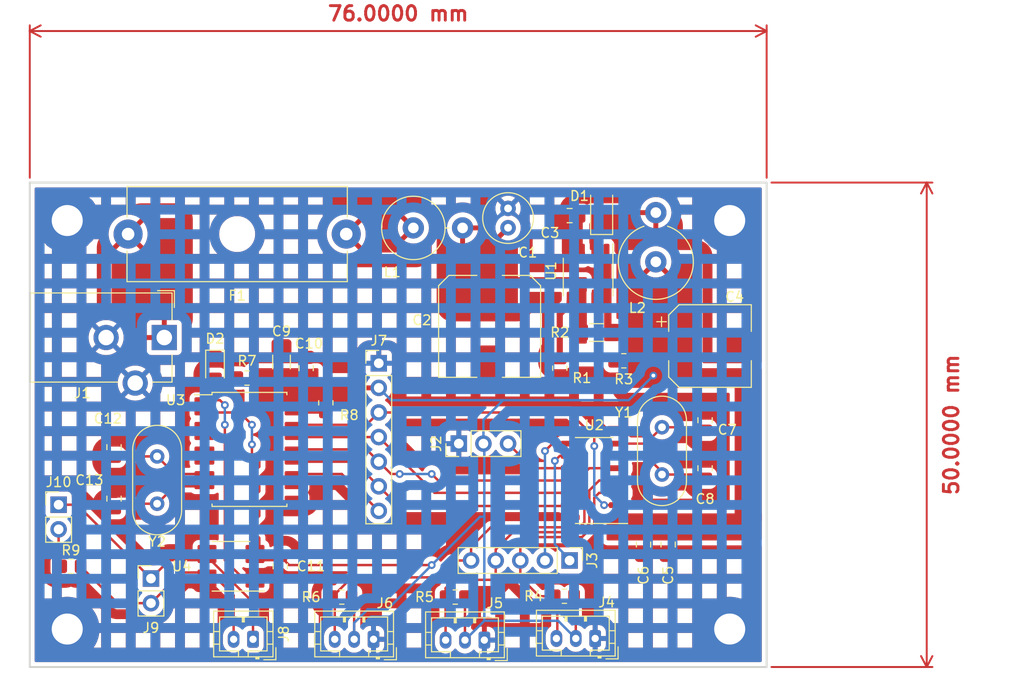
<source format=kicad_pcb>
(kicad_pcb (version 20211014) (generator pcbnew)
  (title_block (title "Chain Stretch Monitor Complete Circuit") (date "2023-02-22") (rev "1") (company "Oregon State ECE Senior Design") (comment 1 "Block Champion: Kai Roy"))
  (layers (0 "F.Cu" signal) (31 "B.Cu" signal) (34 "B.Paste" user) (35 "F.Paste" user) (36 "B.SilkS" user "B.Silkscreen") (37 "F.SilkS" user "F.Silkscreen") (38 "B.Mask" user) (39 "F.Mask" user) (44 "Edge.Cuts" user))
  (net 0 "")
  (net 1 "Net-(C1-Pad1)")
  (net 2 "GND")
  (net 3 "Net-(C3-Pad2)")
  (net 4 "VCC")
  (net 5 "Net-(C7-Pad2)")
  (net 6 "Net-(C8-Pad2)")
  (net 7 "Net-(C12-Pad2)")
  (net 8 "Net-(C13-Pad2)")
  (net 9 "Net-(D1-Pad1)")
  (net 10 "Net-(D2-Pad2)")
  (net 11 "Net-(F1-Pad1)")
  (net 12 "Net-(F1-Pad2)")
  (net 13 "UPDI")
  (net 14 "PB0")
  (net 15 "PB1")
  (net 16 "PA5")
  (net 17 "PA6")
  (net 18 "PA7")
  (net 19 "CS")
  (net 20 "SO")
  (net 21 "SI")
  (net 22 "SCK")
  (net 23 "INT")
  (net 24 "CANL")
  (net 25 "CANH")
  (net 26 "Net-(J10-Pad2)")
  (net 27 "Net-(R1-Pad1)")
  (net 28 "Net-(R2-Pad2)")
  (net 29 "Net-(R8-Pad1)")
  (net 30 "TXCAN")
  (net 31 "RXCAN")
  (footprint "Capacitor_SMD:C_0805_2012Metric_Pad1.18x1.45mm_HandSolder" (layer "F.Cu") (at 97.79 109.22 -90)
    (fp_text reference "C13" (at -1.905 2.54 180) (layer "F.SilkS"))
    (fp_text value "22pF")
    (pad "1" smd roundrect (at -1.0375 0 270) (size 1.175 1.45) (layers "F.Cu" "F.Paste" "F.Mask") (roundrect_rratio 0.212766) (net 2 "GND"))
    (pad "2" smd roundrect (at 1.0375 0 270) (size 1.175 1.45) (layers "F.Cu" "F.Paste" "F.Mask") (roundrect_rratio 0.212766) (net 8 "Net-(C13-Pad2)"))
  )
  (footprint "Capacitor_SMD:C_0805_2012Metric_Pad1.18x1.45mm_HandSolder" (layer "F.Cu") (at 144.78 80.01)
    (fp_text reference "C3" (at -2.032 1.778) (layer "F.SilkS"))
    (fp_text value "470pF")
    (pad "1" smd roundrect (at -1.0375 0) (size 1.175 1.45) (layers "F.Cu" "F.Paste" "F.Mask") (roundrect_rratio 0.212766) (net 2 "GND"))
    (pad "2" smd roundrect (at 1.0375 0) (size 1.175 1.45) (layers "F.Cu" "F.Paste" "F.Mask") (roundrect_rratio 0.212766) (net 3 "Net-(C3-Pad2)"))
  )
  (footprint "Inductor_THT:L_Axial_L16.0mm_D6.3mm_P5.08mm_Vertical_Fastron_VHBCC" (layer "F.Cu") (at 128.66 81.28)
    (fp_text reference "L1" (at -2.168 4.572) (layer "F.SilkS"))
    (fp_text value "100uH")
    (pad "1" thru_hole circle (at 0 0) (size 2.2 2.2) (drill 1.1) (layers *.Cu *.Mask) (net 12 "Net-(F1-Pad2)"))
    (pad "2" thru_hole oval (at 5.08 0) (size 2.2 2.2) (drill 1.1) (layers *.Cu *.Mask) (net 1 "Net-(C1-Pad1)"))
  )
  (footprint "Crystal:Crystal_HC49-U_Vertical" (layer "F.Cu") (at 102.235 104.865 -90)
    (fp_text reference "Y2" (at 8.8 0 180) (layer "F.SilkS"))
    (fp_text value "8MHz")
    (pad "1" thru_hole circle (at 0 0 270) (size 1.5 1.5) (drill 0.8) (layers *.Cu *.Mask) (net 7 "Net-(C12-Pad2)"))
    (pad "2" thru_hole circle (at 4.88 0 270) (size 1.5 1.5) (drill 0.8) (layers *.Cu *.Mask) (net 8 "Net-(C13-Pad2)"))
  )
  (footprint "Connector_PinHeader_2.54mm:PinHeader_1x02_P2.54mm_Vertical" (layer "F.Cu") (at 101.6 117.47)
    (fp_text reference "J9" (at 0 5.085) (layer "F.SilkS"))
    (fp_text value "Conn_01x02")
    (pad "1" thru_hole rect (at 0 0) (size 1.7 1.7) (drill 1) (layers *.Cu *.Mask) (net 24 "CANL"))
    (pad "2" thru_hole oval (at 0 2.54) (size 1.7 1.7) (drill 1) (layers *.Cu *.Mask) (net 25 "CANH"))
  )
  (footprint "Connector_PinHeader_2.54mm:PinHeader_1x03_P2.54mm_Vertical" (layer "F.Cu") (at 133.35 103.542 90)
    (fp_text reference "J2" (at 0 -2.33 90) (layer "F.SilkS"))
    (fp_text value "Conn_01x03")
    (pad "1" thru_hole rect (at 0 0 90) (size 1.7 1.7) (drill 1) (layers *.Cu *.Mask) (net 2 "GND"))
    (pad "2" thru_hole oval (at 0 2.54 90) (size 1.7 1.7) (drill 1) (layers *.Cu *.Mask) (net 4 "VCC"))
    (pad "3" thru_hole oval (at 0 5.08 90) (size 1.7 1.7) (drill 1) (layers *.Cu *.Mask) (net 13 "UPDI"))
  )
  (footprint "Package_SO:SOIC-18W_7.5x11.6mm_P1.27mm" (layer "F.Cu") (at 111.76 104.14)
    (fp_text reference "U3" (at -7.62 -5.08) (layer "F.SilkS"))
    (fp_text value "MCP2515-xSO")
    (pad "1" smd roundrect (at -4.65 -5.08) (size 2.05 0.6) (layers "F.Cu" "F.Paste" "F.Mask") (net 30 "TXCAN"))
    (pad "2" smd roundrect (at -4.65 -3.81) (size 2.05 0.6) (layers "F.Cu" "F.Paste" "F.Mask") (net 31 "RXCAN"))
    (pad "3" smd roundrect (at -4.65 -2.54) (size 2.05 0.6) (layers "F.Cu" "F.Paste" "F.Mask"))
    (pad "4" smd roundrect (at -4.65 -1.27) (size 2.05 0.6) (layers "F.Cu" "F.Paste" "F.Mask"))
    (pad "5" smd roundrect (at -4.65 0) (size 2.05 0.6) (layers "F.Cu" "F.Paste" "F.Mask"))
    (pad "6" smd roundrect (at -4.65 1.27) (size 2.05 0.6) (layers "F.Cu" "F.Paste" "F.Mask"))
    (pad "7" smd roundrect (at -4.65 2.54) (size 2.05 0.6) (layers "F.Cu" "F.Paste" "F.Mask") (net 7 "Net-(C12-Pad2)"))
    (pad "8" smd roundrect (at -4.65 3.81) (size 2.05 0.6) (layers "F.Cu" "F.Paste" "F.Mask") (net 8 "Net-(C13-Pad2)"))
    (pad "9" smd roundrect (at -4.65 5.08) (size 2.05 0.6) (layers "F.Cu" "F.Paste" "F.Mask") (net 2 "GND"))
    (pad "10" smd roundrect (at 4.65 5.08) (size 2.05 0.6) (layers "F.Cu" "F.Paste" "F.Mask"))
    (pad "11" smd roundrect (at 4.65 3.81) (size 2.05 0.6) (layers "F.Cu" "F.Paste" "F.Mask"))
    (pad "12" smd roundrect (at 4.65 2.54) (size 2.05 0.6) (layers "F.Cu" "F.Paste" "F.Mask") (net 23 "INT"))
    (pad "13" smd roundrect (at 4.65 1.27) (size 2.05 0.6) (layers "F.Cu" "F.Paste" "F.Mask") (net 22 "SCK"))
    (pad "14" smd roundrect (at 4.65 0) (size 2.05 0.6) (layers "F.Cu" "F.Paste" "F.Mask") (net 21 "SI"))
    (pad "15" smd roundrect (at 4.65 -1.27) (size 2.05 0.6) (layers "F.Cu" "F.Paste" "F.Mask") (net 20 "SO"))
    (pad "16" smd roundrect (at 4.65 -2.54) (size 2.05 0.6) (layers "F.Cu" "F.Paste" "F.Mask") (net 19 "CS"))
    (pad "17" smd roundrect (at 4.65 -3.81) (size 2.05 0.6) (layers "F.Cu" "F.Paste" "F.Mask") (net 29 "Net-(R8-Pad1)"))
    (pad "18" smd roundrect (at 4.65 -5.08) (size 2.05 0.6) (layers "F.Cu" "F.Paste" "F.Mask") (net 4 "VCC"))
  )
  (footprint "Crystal:Crystal_HC49-U_Vertical" (layer "F.Cu") (at 154.305 101.854 -90)
    (fp_text reference "Y1" (at -1.524 3.937) (layer "F.SilkS"))
    (fp_text value "8MHz")
    (pad "1" thru_hole circle (at 0 0 270) (size 1.5 1.5) (drill 0.8) (layers *.Cu *.Mask) (net 5 "Net-(C7-Pad2)"))
    (pad "2" thru_hole circle (at 4.88 0 270) (size 1.5 1.5) (drill 0.8) (layers *.Cu *.Mask) (net 6 "Net-(C8-Pad2)"))
  )
  (footprint "Connector_PinHeader_2.54mm:PinHeader_1x02_P2.54mm_Vertical" (layer "F.Cu") (at 92.075 109.85)
    (fp_text reference "J10" (at 0 -2.33) (layer "F.SilkS"))
    (fp_text value "Conn_01x02")
    (pad "1" thru_hole rect (at 0 0) (size 1.7 1.7) (drill 1) (layers *.Cu *.Mask) (net 24 "CANL"))
    (pad "2" thru_hole oval (at 0 2.54) (size 1.7 1.7) (drill 1) (layers *.Cu *.Mask) (net 26 "Net-(J10-Pad2)"))
  )
  (footprint "Connector_JST:JST_PH_B2B-PH-K_1x02_P2.00mm_Vertical" (layer "F.Cu") (at 112.125 123.74 180)
    (fp_text reference "J8" (at -3.175 0.55 90) (layer "F.SilkS"))
    (fp_text value "Conn_01x02")
    (pad "1" thru_hole roundrect (at 0 0 180) (size 1.2 1.75) (drill 0.75) (layers *.Cu *.Mask) (roundrect_rratio 0.208333) (net 24 "CANL"))
    (pad "2" thru_hole oval (at 2 0 180) (size 1.2 1.75) (drill 0.75) (layers *.Cu *.Mask) (net 25 "CANH"))
  )
  (footprint "Capacitor_SMD:C_0805_2012Metric_Pad1.18x1.45mm_HandSolder" (layer "F.Cu") (at 154.94 113.956 -90)
    (fp_text reference "C5" (at 3.175 0 90) (layer "F.SilkS"))
    (fp_text value "22pF")
    (pad "1" smd roundrect (at -1.0375 0 270) (size 1.175 1.45) (layers "F.Cu" "F.Paste" "F.Mask") (roundrect_rratio 0.212766) (net 4 "VCC"))
    (pad "2" smd roundrect (at 1.0375 0 270) (size 1.175 1.45) (layers "F.Cu" "F.Paste" "F.Mask") (roundrect_rratio 0.212766) (net 2 "GND"))
  )
  (footprint "Resistor_SMD:R_0805_2012Metric_Pad1.20x1.40mm_HandSolder" (layer "F.Cu") (at 150.368 94.996 180)
    (fp_text reference "R3" (at 0 -1.905) (layer "F.SilkS"))
    (fp_text value "3.6kR")
    (pad "1" smd roundrect (at -1 0 180) (size 1.2 1.4) (layers "F.Cu" "F.Paste" "F.Mask") (roundrect_rratio 0.208333) (net 4 "VCC"))
    (pad "2" smd roundrect (at 1 0 180) (size 1.2 1.4) (layers "F.Cu" "F.Paste" "F.Mask") (roundrect_rratio 0.208333) (net 27 "Net-(R1-Pad1)"))
  )
  (footprint "Connector_JST:JST_PH_B3B-PH-K_1x03_P2.00mm_Vertical" (layer "F.Cu") (at 147.415 123.655 180)
    (fp_text reference "J4" (at -1.175 3.725) (layer "F.SilkS"))
    (fp_text value "Conn_01x03")
    (pad "1" thru_hole roundrect (at 0 0 180) (size 1.2 1.75) (drill 0.75) (layers *.Cu *.Mask) (roundrect_rratio 0.208333) (net 2 "GND"))
    (pad "2" thru_hole oval (at 2 0 180) (size 1.2 1.75) (drill 0.75) (layers *.Cu *.Mask) (net 4 "VCC"))
    (pad "3" thru_hole oval (at 4 0 180) (size 1.2 1.75) (drill 0.75) (layers *.Cu *.Mask) (net 16 "PA5"))
  )
  (footprint "Package_SO:SOIC-14_3.9x8.7mm_P1.27mm" (layer "F.Cu") (at 147.32 107.352 180)
    (fp_text reference "U2" (at 0 5.715) (layer "F.SilkS"))
    (fp_text value "ATtiny814-SS")
    (pad "1" smd roundrect (at -2.475 -3.81 180) (size 1.95 0.6) (layers "F.Cu" "F.Paste" "F.Mask") (net 4 "VCC"))
    (pad "2" smd roundrect (at -2.475 -2.54 180) (size 1.95 0.6) (layers "F.Cu" "F.Paste" "F.Mask") (net 19 "CS"))
    (pad "3" smd roundrect (at -2.475 -1.27 180) (size 1.95 0.6) (layers "F.Cu" "F.Paste" "F.Mask") (net 16 "PA5"))
    (pad "4" smd roundrect (at -2.475 0 180) (size 1.95 0.6) (layers "F.Cu" "F.Paste" "F.Mask") (net 17 "PA6"))
    (pad "5" smd roundrect (at -2.475 1.27 180) (size 1.95 0.6) (layers "F.Cu" "F.Paste" "F.Mask") (net 18 "PA7"))
    (pad "6" smd roundrect (at -2.475 2.54 180) (size 1.95 0.6) (layers "F.Cu" "F.Paste" "F.Mask") (net 6 "Net-(C8-Pad2)"))
    (pad "7" smd roundrect (at -2.475 3.81 180) (size 1.95 0.6) (layers "F.Cu" "F.Paste" "F.Mask") (net 5 "Net-(C7-Pad2)"))
    (pad "8" smd roundrect (at 2.475 3.81 180) (size 1.95 0.6) (layers "F.Cu" "F.Paste" "F.Mask") (net 15 "PB1"))
    (pad "9" smd roundrect (at 2.475 2.54 180) (size 1.95 0.6) (layers "F.Cu" "F.Paste" "F.Mask") (net 14 "PB0"))
    (pad "10" smd roundrect (at 2.475 1.27 180) (size 1.95 0.6) (layers "F.Cu" "F.Paste" "F.Mask") (net 13 "UPDI"))
    (pad "11" smd roundrect (at 2.475 0 180) (size 1.95 0.6) (layers "F.Cu" "F.Paste" "F.Mask") (net 21 "SI"))
    (pad "12" smd roundrect (at 2.475 -1.27 180) (size 1.95 0.6) (layers "F.Cu" "F.Paste" "F.Mask") (net 20 "SO"))
    (pad "13" smd roundrect (at 2.475 -2.54 180) (size 1.95 0.6) (layers "F.Cu" "F.Paste" "F.Mask") (net 22 "SCK"))
    (pad "14" smd roundrect (at 2.475 -3.81 180) (size 1.95 0.6) (layers "F.Cu" "F.Paste" "F.Mask") (net 2 "GND"))
  )
  (footprint "Resistor_SMD:R_1206_3216Metric_Pad1.30x1.75mm_HandSolder" (layer "F.Cu") (at 147.574 92.075)
    (fp_text reference "R2" (at -3.81 0) (layer "F.SilkS"))
    (fp_text value "330mR")
    (pad "1" smd roundrect (at -1.55 0) (size 1.3 1.75) (layers "F.Cu" "F.Paste" "F.Mask") (roundrect_rratio 0.192308) (net 1 "Net-(C1-Pad1)"))
    (pad "2" smd roundrect (at 1.55 0) (size 1.3 1.75) (layers "F.Cu" "F.Paste" "F.Mask") (roundrect_rratio 0.192308) (net 28 "Net-(R2-Pad2)"))
  )
  (footprint "Capacitor_SMD:C_0805_2012Metric_Pad1.18x1.45mm_HandSolder" (layer "F.Cu") (at 158.75 101.129 -90)
    (fp_text reference "C7" (at 0.979 -2.286 180) (layer "F.SilkS"))
    (fp_text value "22pF")
    (pad "1" smd roundrect (at -1.0375 0 270) (size 1.175 1.45) (layers "F.Cu" "F.Paste" "F.Mask") (roundrect_rratio 0.212766) (net 2 "GND"))
    (pad "2" smd roundrect (at 1.0375 0 270) (size 1.175 1.45) (layers "F.Cu" "F.Paste" "F.Mask") (roundrect_rratio 0.212766) (net 5 "Net-(C7-Pad2)"))
  )
  (footprint "Resistor_SMD:R_0805_2012Metric_Pad1.20x1.40mm_HandSolder" (layer "F.Cu") (at 111.506 96.774)
    (fp_text reference "R7" (at 0 -1.778 180) (layer "F.SilkS"))
    (fp_text value "1kR")
    (pad "1" smd roundrect (at -1 0) (size 1.2 1.4) (layers "F.Cu" "F.Paste" "F.Mask") (roundrect_rratio 0.208333) (net 10 "Net-(D2-Pad2)"))
    (pad "2" smd roundrect (at 1 0) (size 1.2 1.4) (layers "F.Cu" "F.Paste" "F.Mask") (roundrect_rratio 0.208333) (net 4 "VCC"))
  )
  (footprint "MountingHole:MountingHole_3.2mm_M3_ISO14580_Pad_TopBottom" (layer "F.Cu") (at 161.29 122.682)
    (fp_text reference "H1")
    (fp_text value "MountingHole_Pad")
    (pad "1" thru_hole circle (at 0 0) (size 3.6 3.6) (drill 3.2) (layers *.Cu *.Mask) (net 2 "GND"))
    (pad "1" connect circle (at 0 0) (size 5.5 5.5) (layers "F.Cu" "F.Mask") (net 2 "GND"))
    (pad "1" connect circle (at 0 0) (size 5.5 5.5) (layers "B.Cu" "B.Mask") (net 2 "GND"))
  )
  (footprint "Inductor_THT:L_Axial_L16.0mm_D7.5mm_P5.08mm_Vertical_Fastron_XHBCC" (layer "F.Cu") (at 153.67 84.781 90)
    (fp_text reference "L2" (at -4.754 -1.905 180) (layer "F.SilkS"))
    (fp_text value "220uH")
    (pad "1" thru_hole circle (at 0 0 90) (size 2.2 2.2) (drill 1.1) (layers *.Cu *.Mask) (net 4 "VCC"))
    (pad "2" thru_hole oval (at 5.08 0 90) (size 2.2 2.2) (drill 1.1) (layers *.Cu *.Mask) (net 9 "Net-(D1-Pad1)"))
  )
  (footprint "Connector_JST:JST_PH_B3B-PH-K_1x03_P2.00mm_Vertical" (layer "F.Cu") (at 135.985 123.825 180)
    (fp_text reference "J5" (at -1.08 3.81) (layer "F.SilkS"))
    (fp_text value "Conn_01x03")
    (pad "1" thru_hole roundrect (at 0 0 180) (size 1.2 1.75) (drill 0.75) (layers *.Cu *.Mask) (roundrect_rratio 0.208333) (net 2 "GND"))
    (pad "2" thru_hole oval (at 2 0 180) (size 1.2 1.75) (drill 0.75) (layers *.Cu *.Mask) (net 4 "VCC"))
    (pad "3" thru_hole oval (at 4 0 180) (size 1.2 1.75) (drill 0.75) (layers *.Cu *.Mask) (net 17 "PA6"))
  )
  (footprint "Capacitor_SMD:C_0805_2012Metric_Pad1.18x1.45mm_HandSolder" (layer "F.Cu") (at 152.4 113.956 -90)
    (fp_text reference "C6" (at 3.175 0 90) (layer "F.SilkS"))
    (fp_text value "4.7uF")
    (pad "1" smd roundrect (at -1.0375 0 270) (size 1.175 1.45) (layers "F.Cu" "F.Paste" "F.Mask") (roundrect_rratio 0.212766) (net 4 "VCC"))
    (pad "2" smd roundrect (at 1.0375 0 270) (size 1.175 1.45) (layers "F.Cu" "F.Paste" "F.Mask") (roundrect_rratio 0.212766) (net 2 "GND"))
  )
  (footprint "Capacitor_SMD:C_Elec_10x10.2" (layer "F.Cu") (at 136.525 91.44 -90)
    (fp_text reference "C2" (at -0.635 6.985 180) (layer "F.SilkS"))
    (fp_text value "100uF")
    (pad "1" smd roundrect (at -4.4 0 270) (size 4.6 2.1) (layers "F.Cu" "F.Paste" "F.Mask") (roundrect_rratio 0.119048) (net 1 "Net-(C1-Pad1)"))
    (pad "2" smd roundrect (at 4.4 0 270) (size 4.6 2.1) (layers "F.Cu" "F.Paste" "F.Mask") (roundrect_rratio 0.119048) (net 2 "GND"))
  )
  (footprint "Resistor_SMD:R_0805_2012Metric_Pad1.20x1.40mm_HandSolder" (layer "F.Cu") (at 119.634 99.33 90)
    (fp_text reference "R8" (at -1.27 2.413 180) (layer "F.SilkS"))
    (fp_text value "10kR")
    (pad "1" smd roundrect (at -1 0 90) (size 1.2 1.4) (layers "F.Cu" "F.Paste" "F.Mask") (roundrect_rratio 0.208333) (net 29 "Net-(R8-Pad1)"))
    (pad "2" smd roundrect (at 1 0 90) (size 1.2 1.4) (layers "F.Cu" "F.Paste" "F.Mask") (roundrect_rratio 0.208333) (net 4 "VCC"))
  )
  (footprint "Resistor_SMD:R_0805_2012Metric_Pad1.20x1.40mm_HandSolder" (layer "F.Cu") (at 143.764 95.758 -90)
    (fp_text reference "R1" (at 1.016 -2.286 180) (layer "F.SilkS"))
    (fp_text value "1.2kR")
    (pad "1" smd roundrect (at -1 0 270) (size 1.2 1.4) (layers "F.Cu" "F.Paste" "F.Mask") (roundrect_rratio 0.208333) (net 27 "Net-(R1-Pad1)"))
    (pad "2" smd roundrect (at 1 0 270) (size 1.2 1.4) (layers "F.Cu" "F.Paste" "F.Mask") (roundrect_rratio 0.208333) (net 2 "GND"))
  )
  (footprint "Package_SO:SOIC-8_3.9x4.9mm_P1.27mm" (layer "F.Cu") (at 146.685 86.36 -90)
    (fp_text reference "U1" (at -0.635 3.81 90) (layer "F.SilkS"))
    (fp_text value "MC34063AE")
    (pad "1" smd roundrect (at -2.475 -1.905 270) (size 1.95 0.6) (layers "F.Cu" "F.Paste" "F.Mask") (net 28 "Net-(R2-Pad2)"))
    (pad "2" smd roundrect (at -2.475 -0.635 270) (size 1.95 0.6) (layers "F.Cu" "F.Paste" "F.Mask") (net 9 "Net-(D1-Pad1)"))
    (pad "3" smd roundrect (at -2.475 0.635 270) (size 1.95 0.6) (layers "F.Cu" "F.Paste" "F.Mask") (net 3 "Net-(C3-Pad2)"))
    (pad "4" smd roundrect (at -2.475 1.905 270) (size 1.95 0.6) (layers "F.Cu" "F.Paste" "F.Mask") (net 2 "GND"))
    (pad "5" smd roundrect (at 2.475 1.905 270) (size 1.95 0.6) (layers "F.Cu" "F.Paste" "F.Mask") (net 27 "Net-(R1-Pad1)"))
    (pad "6" smd roundrect (at 2.475 0.635 270) (size 1.95 0.6) (layers "F.Cu" "F.Paste" "F.Mask") (net 1 "Net-(C1-Pad1)"))
    (pad "7" smd roundrect (at 2.475 -0.635 270) (size 1.95 0.6) (layers "F.Cu" "F.Paste" "F.Mask") (net 28 "Net-(R2-Pad2)"))
    (pad "8" smd roundrect (at 2.475 -1.905 270) (size 1.95 0.6) (layers "F.Cu" "F.Paste" "F.Mask") (net 28 "Net-(R2-Pad2)"))
  )
  (footprint "Capacitor_THT:C_Radial_D5.0mm_H11.0mm_P2.00mm" (layer "F.Cu") (at 138.43 81.264 90)
    (fp_text reference "C1" (at -2.556 2.032) (layer "F.SilkS"))
    (fp_text value "1uF")
    (pad "1" thru_hole circle (at 0 0 90) (size 1.6 1.6) (drill 0.8) (layers *.Cu *.Mask) (net 1 "Net-(C1-Pad1)"))
    (pad "2" thru_hole circle (at 2 0 90) (size 1.6 1.6) (drill 0.8) (layers *.Cu *.Mask) (net 2 "GND"))
  )
  (footprint "Resistor_SMD:R_0805_2012Metric_Pad1.20x1.40mm_HandSolder" (layer "F.Cu") (at 121.285 119.38 180)
    (fp_text reference "R6" (at 3.175 0) (layer "F.SilkS"))
    (fp_text value "10kR")
    (pad "1" smd roundrect (at -1 0 180) (size 1.2 1.4) (layers "F.Cu" "F.Paste" "F.Mask") (roundrect_rratio 0.208333) (net 4 "VCC"))
    (pad "2" smd roundrect (at 1 0 180) (size 1.2 1.4) (layers "F.Cu" "F.Paste" "F.Mask") (roundrect_rratio 0.208333) (net 18 "PA7"))
  )
  (footprint "MountingHole:MountingHole_3.2mm_M3_ISO14580_Pad_TopBottom" (layer "F.Cu") (at 92.964 122.682)
    (fp_text reference "H3")
    (fp_text value "MountingHole_Pad")
    (pad "1" connect circle (at 0 0) (size 5.5 5.5) (layers "F.Cu" "F.Mask") (net 2 "GND"))
    (pad "1" thru_hole circle (at 0 0) (size 3.6 3.6) (drill 3.2) (layers *.Cu *.Mask) (net 2 "GND"))
    (pad "1" connect circle (at 0 0) (size 5.5 5.5) (layers "B.Cu" "B.Mask") (net 2 "GND"))
  )
  (footprint "Diode_SMD:D_1206_3216Metric_Pad1.42x1.75mm_HandSolder" (layer "F.Cu") (at 148.082 79.502 90)
    (fp_text reference "D1" (at 1.524 -2.286 180) (layer "F.SilkS"))
    (fp_text value "Schottky")
    (pad "1" smd roundrect (at -1.4875 0 90) (size 1.425 1.75) (layers "F.Cu" "F.Paste" "F.Mask") (roundrect_rratio 0.175439) (net 9 "Net-(D1-Pad1)"))
    (pad "2" smd roundrect (at 1.4875 0 90) (size 1.425 1.75) (layers "F.Cu" "F.Paste" "F.Mask") (roundrect_rratio 0.175439) (net 2 "GND"))
  )
  (footprint "Capacitor_SMD:C_0805_2012Metric_Pad1.18x1.45mm_HandSolder" (layer "F.Cu") (at 158.75 106.082 -90)
    (fp_text reference "C8" (at 3.175 0 180) (layer "F.SilkS"))
    (fp_text value "22pF")
    (pad "1" smd roundrect (at -1.0375 0 270) (size 1.175 1.45) (layers "F.Cu" "F.Paste" "F.Mask") (roundrect_rratio 0.212766) (net 2 "GND"))
    (pad "2" smd roundrect (at 1.0375 0 270) (size 1.175 1.45) (layers "F.Cu" "F.Paste" "F.Mask") (roundrect_rratio 0.212766) (net 6 "Net-(C8-Pad2)"))
  )
  (footprint "Package_SO:SOIC-8_3.9x4.9mm_P1.27mm" (layer "F.Cu") (at 109.855 116.205 180)
    (fp_text reference "U4" (at 5.08 0 180) (layer "F.SilkS"))
    (fp_text value "TJA1051T")
    (pad "1" smd roundrect (at -2.475 -1.905 180) (size 1.95 0.6) (layers "F.Cu" "F.Paste" "F.Mask") (net 30 "TXCAN"))
    (pad "2" smd roundrect (at -2.475 -0.635 180) (size 1.95 0.6) (layers "F.Cu" "F.Paste" "F.Mask") (net 2 "GND"))
    (pad "3" smd roundrect (at -2.475 0.635 180) (size 1.95 0.6) (layers "F.Cu" "F.Paste" "F.Mask") (net 4 "VCC"))
    (pad "4" smd roundrect (at -2.475 1.905 180) (size 1.95 0.6) (layers "F.Cu" "F.Paste" "F.Mask") (net 31 "RXCAN"))
    (pad "5" smd roundrect (at 2.475 1.905 180) (size 1.95 0.6) (layers "F.Cu" "F.Paste" "F.Mask"))
    (pad "6" smd roundrect (at 2.475 0.635 180) (size 1.95 0.6) (layers "F.Cu" "F.Paste" "F.Mask") (net 24 "CANL"))
    (pad "7" smd roundrect (at 2.475 -0.635 180) (size 1.95 0.6) (layers "F.Cu" "F.Paste" "F.Mask") (net 25 "CANH"))
    (pad "8" smd roundrect (at 2.475 -1.905 180) (size 1.95 0.6) (layers "F.Cu" "F.Paste" "F.Mask") (net 2 "GND"))
  )
  (footprint "Capacitor_SMD:C_0805_2012Metric_Pad1.18x1.45mm_HandSolder" (layer "F.Cu") (at 114.935 116.205 90)
    (fp_text reference "C11" (at 0 3.175 180) (layer "F.SilkS"))
    (fp_text value "100nF")
    (pad "1" smd roundrect (at -1.0375 0 90) (size 1.175 1.45) (layers "F.Cu" "F.Paste" "F.Mask") (roundrect_rratio 0.212766) (net 2 "GND"))
    (pad "2" smd roundrect (at 1.0375 0 90) (size 1.175 1.45) (layers "F.Cu" "F.Paste" "F.Mask") (roundrect_rratio 0.212766) (net 4 "VCC"))
  )
  (footprint "Connector_PinHeader_2.54mm:PinHeader_1x07_P2.54mm_Vertical" (layer "F.Cu") (at 125.095 95.25)
    (fp_text reference "J7" (at 0 -2.33) (layer "F.SilkS"))
    (fp_text value "Conn_01x07")
    (pad "1" thru_hole rect (at 0 0) (size 1.7 1.7) (drill 1) (layers *.Cu *.Mask) (net 2 "GND"))
    (pad "2" thru_hole oval (at 0 2.54) (size 1.7 1.7) (drill 1) (layers *.Cu *.Mask) (net 4 "VCC"))
    (pad "3" thru_hole oval (at 0 5.08) (size 1.7 1.7) (drill 1) (layers *.Cu *.Mask) (net 19 "CS"))
    (pad "4" thru_hole oval (at 0 7.62) (size 1.7 1.7) (drill 1) (layers *.Cu *.Mask) (net 20 "SO"))
    (pad "5" thru_hole oval (at 0 10.16) (size 1.7 1.7) (drill 1) (layers *.Cu *.Mask) (net 21 "SI"))
    (pad "6" thru_hole oval (at 0 12.7) (size 1.7 1.7) (drill 1) (layers *.Cu *.Mask) (net 22 "SCK"))
    (pad "7" thru_hole oval (at 0 15.24) (size 1.7 1.7) (drill 1) (layers *.Cu *.Mask) (net 23 "INT"))
  )
  (footprint "Fuse:Fuseholder_Cylinder-5x20mm_Schurter_0031_8201_Horizontal_Open" (layer "F.Cu") (at 99.24 81.915)
    (fp_text reference "F1" (at 11.25 6.35) (layer "F.SilkS"))
    (fp_text value "Fuse")
    (pad "" np_thru_hole circle (at 11.25 0) (size 2.7 2.7) (drill 2.7) (layers *.Cu *.Mask))
    (pad "1" thru_hole circle (at 0 0) (size 3 3) (drill 1.3) (layers *.Cu *.Mask) (net 11 "Net-(F1-Pad1)"))
    (pad "2" thru_hole circle (at 22.5 0) (size 3 3) (drill 1.3) (layers *.Cu *.Mask) (net 12 "Net-(F1-Pad2)"))
  )
  (footprint "Capacitor_SMD:C_0805_2012Metric_Pad1.18x1.45mm_HandSolder" (layer "F.Cu") (at 117.602 95.758 -90)
    (fp_text reference "C10" (at -2.54 -0.29 180) (layer "F.SilkS"))
    (fp_text value "100nF")
    (pad "1" smd roundrect (at -1.0375 0 270) (size 1.175 1.45) (layers "F.Cu" "F.Paste" "F.Mask") (roundrect_rratio 0.212766) (net 2 "GND"))
    (pad "2" smd roundrect (at 1.0375 0 270) (size 1.175 1.45) (layers "F.Cu" "F.Paste" "F.Mask") (roundrect_rratio 0.212766) (net 4 "VCC"))
  )
  (footprint "Connector_JST:JST_PH_B3B-PH-K_1x03_P2.00mm_Vertical" (layer "F.Cu") (at 124.555 123.74 180)
    (fp_text reference "J6" (at -1.175 3.725) (layer "F.SilkS"))
    (fp_text value "Conn_01x03")
    (pad "1" thru_hole roundrect (at 0 0 180) (size 1.2 1.75) (drill 0.75) (layers *.Cu *.Mask) (roundrect_rratio 0.208333) (net 2 "GND"))
    (pad "2" thru_hole oval (at 2 0 180) (size 1.2 1.75) (drill 0.75) (layers *.Cu *.Mask) (net 4 "VCC"))
    (pad "3" thru_hole oval (at 4 0 180) (size 1.2 1.75) (drill 0.75) (layers *.Cu *.Mask) (net 18 "PA7"))
  )
  (footprint "Capacitor_SMD:C_0805_2012Metric_Pad1.18x1.45mm_HandSolder" (layer "F.Cu") (at 97.79 103.9075 -90)
    (fp_text reference "C12" (at -2.9425 0.635 180) (layer "F.SilkS"))
    (fp_text value "22pF")
    (pad "1" smd roundrect (at -1.0375 0 270) (size 1.175 1.45) (layers "F.Cu" "F.Paste" "F.Mask") (roundrect_rratio 0.212766) (net 2 "GND"))
    (pad "2" smd roundrect (at 1.0375 0 270) (size 1.175 1.45) (layers "F.Cu" "F.Paste" "F.Mask") (roundrect_rratio 0.212766) (net 7 "Net-(C12-Pad2)"))
  )
  (footprint "Resistor_SMD:R_0805_2012Metric_Pad1.20x1.40mm_HandSolder" (layer "F.Cu") (at 132.985 119.38 180)
    (fp_text reference "R5" (at 3.175 0) (layer "F.SilkS"))
    (fp_text value "10kR")
    (pad "1" smd roundrect (at -1 0 180) (size 1.2 1.4) (layers "F.Cu" "F.Paste" "F.Mask") (roundrect_rratio 0.208333) (net 4 "VCC"))
    (pad "2" smd roundrect (at 1 0 180) (size 1.2 1.4) (layers "F.Cu" "F.Paste" "F.Mask") (roundrect_rratio 0.208333) (net 17 "PA6"))
  )
  (footprint "Connector_BarrelJack:BarrelJack_CUI_PJ-102AH_Horizontal" (layer "F.Cu") (at 102.974 92.595 -90)
    (fp_text reference "J1" (at 5.75 8.45) (layer "F.SilkS"))
    (fp_text value "Barrel_Jack")
    (pad "1" thru_hole rect (at 0 0 270) (size 2.6 2.6) (drill 1.6) (layers *.Cu *.Mask) (net 11 "Net-(F1-Pad1)"))
    (pad "2" thru_hole circle (at 0 6 270) (size 2.6 2.6) (drill 1.6) (layers *.Cu *.Mask) (net 2 "GND"))
    (pad "3" thru_hole circle (at 4.7 3 270) (size 2.6 2.6) (drill 1.6) (layers *.Cu *.Mask) (net 2 "GND"))
  )
  (footprint "Capacitor_SMD:C_1206_3216Metric_Pad1.33x1.80mm_HandSolder" (layer "F.Cu") (at 115.062 95.123 90)
    (fp_text reference "C9" (at 3.175 0 180) (layer "F.SilkS"))
    (fp_text value "10uF/16V")
    (pad "1" smd roundrect (at -1.5625 0 90) (size 1.325 1.8) (layers "F.Cu" "F.Paste" "F.Mask") (roundrect_rratio 0.188679) (net 4 "VCC"))
    (pad "2" smd roundrect (at 1.5625 0 90) (size 1.325 1.8) (layers "F.Cu" "F.Paste" "F.Mask") (roundrect_rratio 0.188679) (net 2 "GND"))
  )
  (footprint "Resistor_SMD:R_0805_2012Metric_Pad1.20x1.40mm_HandSolder" (layer "F.Cu") (at 144.24 119.295 180)
    (fp_text reference "R4" (at 3.175 0) (layer "F.SilkS"))
    (fp_text value "10kR")
    (pad "1" smd roundrect (at -1 0 180) (size 1.2 1.4) (layers "F.Cu" "F.Paste" "F.Mask") (roundrect_rratio 0.208333) (net 4 "VCC"))
    (pad "2" smd roundrect (at 1 0 180) (size 1.2 1.4) (layers "F.Cu" "F.Paste" "F.Mask") (roundrect_rratio 0.208333) (net 16 "PA5"))
  )
  (footprint "Connector_PinHeader_2.54mm:PinHeader_1x05_P2.54mm_Vertical" (layer "F.Cu") (at 144.775 115.607 -90)
    (fp_text reference "J3" (at 0 -2.33 90) (layer "F.SilkS"))
    (fp_text value "Conn_01x05")
    (pad "1" thru_hole rect (at 0 0 270) (size 1.7 1.7) (drill 1) (layers *.Cu *.Mask) (net 14 "PB0"))
    (pad "2" thru_hole oval (at 0 2.54 270) (size 1.7 1.7) (drill 1) (layers *.Cu *.Mask) (net 15 "PB1"))
    (pad "3" thru_hole oval (at 0 5.08 270) (size 1.7 1.7) (drill 1) (layers *.Cu *.Mask) (net 16 "PA5"))
    (pad "4" thru_hole oval (at 0 7.62 270) (size 1.7 1.7) (drill 1) (layers *.Cu *.Mask) (net 17 "PA6"))
    (pad "5" thru_hole oval (at 0 10.16 270) (size 1.7 1.7) (drill 1) (layers *.Cu *.Mask) (net 18 "PA7"))
  )
  (footprint "MountingHole:MountingHole_3.2mm_M3_ISO14580_Pad_TopBottom" (layer "F.Cu") (at 161.29 80.518)
    (fp_text reference "H2")
    (fp_text value "MountingHole_Pad")
    (pad "1" thru_hole circle (at 0 0) (size 3.6 3.6) (drill 3.2) (layers *.Cu *.Mask) (net 2 "GND"))
    (pad "1" connect circle (at 0 0) (size 5.5 5.5) (layers "F.Cu" "F.Mask") (net 2 "GND"))
    (pad "1" connect circle (at 0 0) (size 5.5 5.5) (layers "B.Cu" "B.Mask") (net 2 "GND"))
  )
  (footprint "Capacitor_SMD:CP_Elec_8x10" (layer "F.Cu") (at 159.258 93.472)
    (fp_text reference "C4" (at 2.54 -5.08) (layer "F.SilkS"))
    (fp_text value "470uF")
    (pad "1" smd roundrect (at -3.25 0) (size 3.5 2.5) (layers "F.Cu" "F.Paste" "F.Mask") (roundrect_rratio 0.1) (net 4 "VCC"))
    (pad "2" smd roundrect (at 3.25 0) (size 3.5 2.5) (layers "F.Cu" "F.Paste" "F.Mask") (roundrect_rratio 0.1) (net 2 "GND"))
  )
  (footprint "LED_SMD:LED_0805_2012Metric_Pad1.15x1.40mm_HandSolder" (layer "F.Cu") (at 108.204 95.758 -90)
    (fp_text reference "D2" (at -3.048 0 180) (layer "F.SilkS"))
    (fp_text value "RED")
    (pad "1" smd roundrect (at -1.025 0 270) (size 1.15 1.4) (layers "F.Cu" "F.Paste" "F.Mask") (roundrect_rratio 0.217391) (net 2 "GND"))
    (pad "2" smd roundrect (at 1.025 0 270) (size 1.15 1.4) (layers "F.Cu" "F.Paste" "F.Mask") (roundrect_rratio 0.217391) (net 10 "Net-(D2-Pad2)"))
  )
  (footprint "Resistor_SMD:R_0805_2012Metric_Pad1.20x1.40mm_HandSolder" (layer "F.Cu") (at 93.345 116.205)
    (fp_text reference "R9" (at 0 -1.65) (layer "F.SilkS"))
    (fp_text value "120R")
    (pad "1" smd roundrect (at -1 0) (size 1.2 1.4) (layers "F.Cu" "F.Paste" "F.Mask") (roundrect_rratio 0.208333) (net 26 "Net-(J10-Pad2)"))
    (pad "2" smd roundrect (at 1 0) (size 1.2 1.4) (layers "F.Cu" "F.Paste" "F.Mask") (roundrect_rratio 0.208333) (net 25 "CANH"))
  )
  (footprint "MountingHole:MountingHole_3.2mm_M3_ISO14580_Pad_TopBottom" (layer "F.Cu") (at 92.964 80.518)
    (fp_text reference "H4")
    (fp_text value "MountingHole_Pad")
    (pad "1" connect circle (at 0 0) (size 5.5 5.5) (layers "B.Cu" "B.Mask") (net 2 "GND"))
    (pad "1" connect circle (at 0 0) (size 5.5 5.5) (layers "F.Cu" "F.Mask") (net 2 "GND"))
    (pad "1" thru_hole circle (at 0 0) (size 3.6 3.6) (drill 3.2) (layers *.Cu *.Mask) (net 2 "GND"))
  )
  (gr_rect (start 89.1 76.6) (end 165.1 126.6) (layer "Edge.Cuts") (width 0.2) (fill none))
  (dimension (type aligned) (layer "F.Cu") (pts (xy 165.1 76.6) (xy 165.1 126.6)) (height -16.51) (gr_text "50.0000 mm" (at 184.15 101.6 90) (layer "F.Cu") (effects (font (size 1.5 1.5) (thickness 0.3)))) (format (units 3) (units_format 1) (precision 4)) (style (thickness 0.2) (arrow_length 1.27) (text_position_mode 2) (extension_height 0.58642) (extension_offset 0.5) keep_text_aligned))
  (dimension (type aligned) (layer "F.Cu") (pts (xy 89.1 76.6) (xy 165.1 76.6)) (height -15.64) (gr_text "76.0000 mm" (at 127.1 59.16) (layer "F.Cu") (effects (font (size 1.5 1.5) (thickness 0.3)))) (format (units 3) (units_format 1) (precision 4)) (style (thickness 0.2) (arrow_length 1.27) (text_position_mode 0) (extension_height 0.58642) (extension_offset 0.5) keep_text_aligned))
  (segment (start 138.414 81.28) (end 138.43 81.264) (width 0.635) (layer "F.Cu") (net 1))
  (segment (start 145.8175 83.6525) (end 146.05 83.885) (width 0.635) (layer "F.Cu") (net 3))
  (segment (start 145.8175 80.01) (end 145.8175 83.6525) (width 0.635) (layer "F.Cu") (net 3))
  (segment (start 133.985 123.825) (end 133.985 119.38) (width 0.25) (layer "F.Cu") (net 4))
  (segment (start 114.5325 115.57) (end 114.935 115.1675) (width 0.25) (layer "F.Cu") (net 4))
  (segment (start 122.555 119.65) (end 122.555 123.74) (width 0.25) (layer "F.Cu") (net 4))
  (segment (start 145.415 119.47) (end 145.24 119.295) (width 0.25) (layer "F.Cu") (net 4))
  (segment (start 145.415 123.655) (end 145.415 119.47) (width 0.25) (layer "F.Cu") (net 4))
  (segment (start 130.556 116.078) (end 115.8455 116.078) (width 0.25) (layer "F.Cu") (net 4))
  (segment (start 122.285 119.38) (end 122.555 119.65) (width 0.25) (layer "F.Cu") (net 4))
  (segment (start 115.8455 116.078) (end 114.935 115.1675) (width 0.25) (layer "F.Cu") (net 4))
  (segment (start 112.33 115.57) (end 114.5325 115.57) (width 0.25) (layer "F.Cu") (net 4))
  (via (at 130.556 116.078) (size 0.8) (drill 0.4) (layers "F.Cu" "B.Cu") (net 4))
  (via (at 153.416 96.52) (size 0.8) (drill 0.4) (layers "F.Cu" "B.Cu") (net 4))
  (segment (start 130.556 116.078) (end 135.545511 111.088489) (width 0.25) (layer "B.Cu") (net 4))
  (segment (start 135.89 101.092) (end 135.89 103.542) (width 0.25) (layer "B.Cu") (net 4))
  (segment (start 125.984 120.65) (end 130.556 116.078) (width 0.25) (layer "B.Cu") (net 4))
  (segment (start 135.89 103.542) (end 136.054 103.542) (width 0.25) (layer "B.Cu") (net 4))
  (segment (start 122.555 123.74) (end 122.555 122.047) (width 0.25) (layer "B.Cu") (net 4))
  (segment (start 137.922 99.06) (end 135.89 101.092) (width 0.25) (layer "B.Cu") (net 4))
  (segment (start 123.952 120.65) (end 125.984 120.65) (width 0.25) (layer "B.Cu") (net 4))
  (segment (start 153.416 96.52) (end 150.876 99.06) (width 0.25) (layer "B.Cu") (net 4))
  (segment (start 136.144 103.632) (end 135.980489 103.795511) (width 0.25) (layer "B.Cu") (net 4))
  (segment (start 126.365 99.06) (end 125.095 97.79) (width 0.25) (layer "B.Cu") (net 4))
  (segment (start 135.980489 103.795511) (end 135.980489 111.088489) (width 0.25) (layer "B.Cu") (net 4))
  (segment (start 143.589511 121.829511) (end 145.415 123.655) (width 0.25) (layer "B.Cu") (net 4))
  (segment (start 135.980489 121.829511) (end 133.985 123.825) (width 0.25) (layer "B.Cu") (net 4))
  (segment (start 140.372 99.06) (end 126.365 99.06) (width 0.25) (layer "B.Cu") (net 4))
  (segment (start 136.054 103.542) (end 136.144 103.632) (width 0.25) (layer "B.Cu") (net 4))
  (segment (start 150.876 99.06) (end 140.372 99.06) (width 0.25) (layer "B.Cu") (net 4))
  (segment (start 135.980489 111.088489) (end 135.980489 121.829511) (width 0.25) (layer "B.Cu") (net 4))
  (segment (start 135.545511 111.088489) (end 135.980489 111.088489) (width 0.25) (layer "B.Cu") (net 4))
  (segment (start 135.980489 121.829511) (end 143.589511 121.829511) (width 0.25) (layer "B.Cu") (net 4))
  (segment (start 122.555 122.047) (end 123.952 120.65) (width 0.25) (layer "B.Cu") (net 4))
  (segment (start 158.4375 101.854) (end 158.75 102.1665) (width 0.25) (layer "F.Cu") (net 5))
  (segment (start 154.305 101.854) (end 158.4375 101.854) (width 0.25) (layer "F.Cu") (net 5))
  (segment (start 149.795 103.542) (end 152.617 103.542) (width 0.25) (layer "F.Cu") (net 5))
  (segment (start 152.617 103.542) (end 154.305 101.854) (width 0.25) (layer "F.Cu") (net 5))
  (segment (start 154.305 106.734) (end 158.2375 106.734) (width 0.25) (layer "F.Cu") (net 6))
  (segment (start 152.654 104.812) (end 154.305 106.463) (width 0.25) (layer "F.Cu") (net 6))
  (segment (start 149.795 104.812) (end 152.654 104.812) (width 0.25) (layer "F.Cu") (net 6))
  (segment (start 154.305 106.463) (end 154.305 106.734) (width 0.25) (layer "F.Cu") (net 6))
  (segment (start 158.2375 106.734) (end 158.75 107.2465) (width 0.25) (layer "F.Cu") (net 6))
  (segment (start 97.87 104.865) (end 102.235 104.865) (width 0.25) (layer "F.Cu") (net 7))
  (segment (start 97.79 104.945) (end 97.87 104.865) (width 0.25) (layer "F.Cu") (net 7))
  (segment (start 102.235 104.865) (end 104.05 106.68) (width 0.25) (layer "F.Cu") (net 7))
  (segment (start 104.05 106.68) (end 107.11 106.68) (width 0.25) (layer "F.Cu") (net 7))
  (segment (start 104.03 107.95) (end 107.11 107.95) (width 0.25) (layer "F.Cu") (net 8))
  (segment (start 97.79 110.2575) (end 98.3025 109.745) (width 0.25) (layer "F.Cu") (net 8))
  (segment (start 98.3025 109.745) (end 102.235 109.745) (width 0.25) (layer "F.Cu") (net 8))
  (segment (start 102.235 109.745) (end 104.03 107.95) (width 0.25) (layer "F.Cu") (net 8))
  (segment (start 108.204 96.783) (end 110.497 96.783) (width 0.25) (layer "F.Cu") (net 10))
  (segment (start 110.497 96.783) (end 110.506 96.774) (width 0.25) (layer "F.Cu") (net 10))
  (segment (start 140.97 106.082) (end 138.43 103.542) (width 0.25) (layer "F.Cu") (net 13))
  (segment (start 144.845 106.082) (end 140.97 106.082) (width 0.25) (layer "F.Cu") (net 13))
  (segment (start 143.256 105.32) (end 143.764 104.812) (width 0.25) (layer "F.Cu") (net 14))
  (segment (start 143.764 104.812) (end 144.845 104.812) (width 0.25) (layer "F.Cu") (net 14))
  (via (at 143.256 105.32) (size 0.8) (drill 0.4) (layers "F.Cu" "B.Cu") (net 14))
  (segment (start 143.256 105.32) (end 143.256 113.956) (width 0.25) (layer "B.Cu") (net 14))
  (segment (start 144.775 115.475) (end 144.775 115.607) (width 0.25) (layer "B.Cu") (net 14))
  (segment (start 143.256 113.956) (end 144.775 115.475) (width 0.25) (layer "B.Cu") (net 14))
  (segment (start 143.002 103.542) (end 142.24 104.304) (width 0.25) (layer "F.Cu") (net 15))
  (segment (start 144.845 103.542) (end 143.002 103.542) (width 0.25) (layer "F.Cu") (net 15))
  (via (at 142.24 104.304) (size 0.8) (drill 0.4) (layers "F.Cu" "B.Cu") (net 15))
  (segment (start 142.24 104.304) (end 142.235 104.309) (width 0.25) (layer "B.Cu") (net 15))
  (segment (start 142.235 104.309) (end 142.235 115.607) (width 0.25) (layer "B.Cu") (net 15))
  (segment (start 143.467 123.655) (end 143.51 123.698) (width 0.25) (layer "F.Cu") (net 16))
  (segment (start 147.32 109.13) (end 147.32 111.925436) (width 0.25) (layer "F.Cu") (net 16))
  (segment (start 149.795 108.622) (end 147.828 108.622) (width 0.25) (layer "F.Cu") (net 16))
  (segment (start 141.647 119.295) (end 139.695 117.343) (width 0.25) (layer "F.Cu") (net 16))
  (segment (start 143.24 119.295) (end 141.647 119.295) (width 0.25) (layer "F.Cu") (net 16))
  (segment (start 143.51 123.698) (end 143.51 119.565) (width 0.25) (layer "F.Cu") (net 16))
  (segment (start 139.695 117.343) (end 139.695 115.607) (width 0.25) (layer "F.Cu") (net 16))
  (segment (start 143.415 123.655) (end 143.467 123.655) (width 0.25) (layer "F.Cu") (net 16))
  (segment (start 146.051436 113.194) (end 140.716 113.194) (width 0.25) (layer "F.Cu") (net 16))
  (segment (start 140.716 113.194) (end 139.695 114.215) (width 0.25) (layer "F.Cu") (net 16))
  (segment (start 147.32 111.925436) (end 146.051436 113.194) (width 0.25) (layer "F.Cu") (net 16))
  (segment (start 139.695 114.215) (end 139.695 115.607) (width 0.25) (layer "F.Cu") (net 16))
  (segment (start 143.51 119.565) (end 143.24 119.295) (width 0.25) (layer "F.Cu") (net 16))
  (segment (start 147.828 108.622) (end 147.32 109.13) (width 0.25) (layer "F.Cu") (net 16))
  (segment (start 137.155 115.607) (end 137.155 114.469) (width 0.25) (layer "F.Cu") (net 17))
  (segment (start 132.842 117.602) (end 137.07 117.602) (width 0.25) (layer "F.Cu") (net 17))
  (segment (start 145.923718 112.686) (end 146.812 111.797718) (width 0.25) (layer "F.Cu") (net 17))
  (segment (start 131.985 119.38) (end 131.985 118.459) (width 0.25) (layer "F.Cu") (net 17))
  (segment (start 137.155 114.469) (end 138.938 112.686) (width 0.25) (layer "F.Cu") (net 17))
  (segment (start 147.828 107.352) (end 149.795 107.352) (width 0.25) (layer "F.Cu") (net 17))
  (segment (start 131.985 123.825) (end 131.985 119.38) (width 0.25) (layer "F.Cu") (net 17))
  (segment (start 137.07 117.602) (end 137.155 117.517) (width 0.25) (layer "F.Cu") (net 17))
  (segment (start 138.938 112.686) (end 145.923718 112.686) (width 0.25) (layer "F.Cu") (net 17))
  (segment (start 131.985 118.459) (end 132.842 117.602) (width 0.25) (layer "F.Cu") (net 17))
  (segment (start 146.812 111.797718) (end 146.812 108.368) (width 0.25) (layer "F.Cu") (net 17))
  (segment (start 146.812 108.368) (end 147.828 107.352) (width 0.25) (layer "F.Cu") (net 17))
  (segment (start 137.155 117.517) (end 137.155 115.607) (width 0.25) (layer "F.Cu") (net 17))
  (segment (start 120.555 119.65) (end 120.555 123.74) (width 0.25) (layer "F.Cu") (net 18))
  (segment (start 120.285 119.38) (end 120.555 119.65) (width 0.25) (layer "F.Cu") (net 18))
  (segment (start 120.285 119.38) (end 122.317 117.348) (width 0.25) (layer "F.Cu") (net 18))
  (segment (start 149.795 106.082) (end 146.812 106.082) (width 0.25) (layer "F.Cu") (net 18))
  (segment (start 130.81 117.348) (end 132.551 115.607) (width 0.25) (layer "F.Cu") (net 18))
  (segment (start 145.796 112.178) (end 136.652 112.178) (width 0.25) (layer "F.Cu") (net 18))
  (segment (start 136.652 112.178) (end 134.615 114.215) (width 0.25) (layer "F.Cu") (net 18))
  (segment (start 122.317 117.348) (end 130.81 117.348) (width 0.25) (layer "F.Cu") (net 18))
  (segment (start 146.812 106.082) (end 146.304 106.59) (width 0.25) (layer "F.Cu") (net 18))
  (segment (start 146.304 106.59) (end 146.304 111.67) (width 0.25) (layer "F.Cu") (net 18))
  (segment (start 134.615 114.215) (end 134.615 115.607) (width 0.25) (layer "F.Cu") (net 18))
  (segment (start 132.551 115.607) (end 134.615 115.607) (width 0.25) (layer "F.Cu") (net 18))
  (segment (start 146.304 111.67) (end 145.796 112.178) (width 0.25) (layer "F.Cu") (net 18))
  (segment (start 123.825 101.6) (end 125.095 100.33) (width 0.25) (layer "F.Cu") (net 19))
  (segment (start 116.41 101.6) (end 123.825 101.6) (width 0.25) (layer "F.Cu") (net 19))
  (segment (start 149.795 109.892) (end 148.336 109.892) (width 0.25) (layer "F.Cu") (net 19))
  (segment (start 147.32 102.87) (end 144.78 100.33) (width 0.25) (layer "F.Cu") (net 19))
  (segment (start 144.78 100.33) (end 125.095 100.33) (width 0.25) (layer "F.Cu") (net 19))
  (segment (start 147.32 103.796) (end 147.32 102.87) (width 0.25) (layer "F.Cu") (net 19))
  (via (at 147.32 103.796) (size 0.8) (drill 0.4) (layers "F.Cu" "B.Cu") (net 19))
  (via (at 148.336 109.892) (size 0.8) (drill 0.4) (layers "F.Cu" "B.Cu") (net 19))
  (segment (start 147.32 108.876) (end 147.32 103.796) (width 0.25) (layer "B.Cu") (net 19))
  (segment (start 148.336 109.892) (end 147.32 108.876) (width 0.25) (layer "B.Cu") (net 19))
  (segment (start 116.41 102.87) (end 125.095 102.87) (width 0.25) (layer "F.Cu") (net 20))
  (segment (start 130.847 108.622) (end 144.845 108.622) (width 0.25) (layer "F.Cu") (net 20))
  (segment (start 125.095 102.87) (end 130.847 108.622) (width 0.25) (layer "F.Cu") (net 20))
  (segment (start 130.556 106.68) (end 131.228 107.352) (width 0.25) (layer "F.Cu") (net 21))
  (segment (start 116.41 104.14) (end 123.825 104.14) (width 0.25) (layer "F.Cu") (net 21))
  (segment (start 131.228 107.352) (end 144.845 107.352) (width 0.25) (layer "F.Cu") (net 21))
  (segment (start 123.825 104.14) (end 125.095 105.41) (width 0.25) (layer "F.Cu") (net 21))
  (segment (start 125.095 105.41) (end 126.365 106.68) (width 0.25) (layer "F.Cu") (net 21))
  (segment (start 126.365 106.68) (end 127.254 106.68) (width 0.25) (layer "F.Cu") (net 21))
  (via (at 127.254 106.68) (size 0.8) (drill 0.4) (layers "F.Cu" "B.Cu") (net 21))
  (via (at 130.556 106.68) (size 0.8) (drill 0.4) (layers "F.Cu" "B.Cu") (net 21))
  (segment (start 127.254 106.68) (end 130.556 106.68) (width 0.25) (layer "B.Cu") (net 21))
  (segment (start 116.41 105.41) (end 122.555 105.41) (width 0.25) (layer "F.Cu") (net 22))
  (segment (start 127.127 109.982) (end 144.755 109.982) (width 0.25) (layer "F.Cu") (net 22))
  (segment (start 144.755 109.982) (end 144.845 109.892) (width 0.25) (layer "F.Cu") (net 22))
  (segment (start 125.095 107.95) (end 127.127 109.982) (width 0.25) (layer "F.Cu") (net 22))
  (segment (start 122.555 105.41) (end 125.095 107.95) (width 0.25) (layer "F.Cu") (net 22))
  (segment (start 121.285 106.68) (end 125.095 110.49) (width 0.25) (layer "F.Cu") (net 23))
  (segment (start 116.41 106.68) (end 121.285 106.68) (width 0.25) (layer "F.Cu") (net 23))
  (segment (start 93.98 109.85) (end 101.6 117.47) (width 0.25) (layer "F.Cu") (net 24))
  (segment (start 112.125 123.74) (end 112.125 119.938928) (width 0.25) (layer "F.Cu") (net 24))
  (segment (start 112.125 119.938928) (end 107.756072 115.57) (width 0.25) (layer "F.Cu") (net 24))
  (segment (start 92.075 109.85) (end 93.98 109.85) (width 0.25) (layer "F.Cu") (net 24))
  (segment (start 103.5 115.57) (end 107.38 115.57) (width 0.25) (layer "F.Cu") (net 24))
  (segment (start 107.756072 115.57) (end 107.38 115.57) (width 0.25) (layer "F.Cu") (net 24))
  (segment (start 101.6 117.47) (end 103.5 115.57) (width 0.25) (layer "F.Cu") (net 24))
  (segment (start 94.345 116.205) (end 98.15 120.01) (width 0.25) (layer "F.Cu") (net 25))
  (segment (start 104.77 116.84) (end 107.38 116.84) (width 0.25) (layer "F.Cu") (net 25))
  (segment (start 101.6 120.01) (end 104.77 116.84) (width 0.25) (layer "F.Cu") (net 25))
  (segment (start 98.15 120.01) (end 101.6 120.01) (width 0.25) (layer "F.Cu") (net 25))
  (segment (start 110.125 119.208928) (end 107.756072 116.84) (width 0.25) (layer "F.Cu") (net 25))
  (segment (start 107.756072 116.84) (end 107.38 116.84) (width 0.25) (layer "F.Cu") (net 25))
  (segment (start 110.125 123.74) (end 110.125 119.208928) (width 0.25) (layer "F.Cu") (net 25))
  (segment (start 92.075 115.935) (end 92.345 116.205) (width 0.25) (layer "F.Cu") (net 26))
  (segment (start 92.075 112.39) (end 92.075 115.935) (width 0.25) (layer "F.Cu") (net 26))
  (segment (start 143.764 94.758) (end 149.13 94.758) (width 0.635) (layer "F.Cu") (net 27))
  (segment (start 144.78 88.835) (end 144.78 89.154) (width 0.635) (layer "F.Cu") (net 27))
  (segment (start 144.78 89.154) (end 143.764 90.17) (width 0.635) (layer "F.Cu") (net 27))
  (segment (start 149.13 94.758) (end 149.368 94.996) (width 0.635) (layer "F.Cu") (net 27))
  (segment (start 143.764 90.17) (end 143.764 94.758) (width 0.635) (layer "F.Cu") (net 27))
  (segment (start 148.59 91.795) (end 148.87 92.075) (width 0.635) (layer "F.Cu") (net 28))
  (segment (start 116.41 100.33) (end 119.634 100.33) (width 0.25) (layer "F.Cu") (net 29))
  (segment (start 109.22 115.57) (end 109.22 101.6) (width 0.25) (layer "F.Cu") (net 30))
  (segment (start 112.33 118.11) (end 111.76 118.11) (width 0.25) (layer "F.Cu") (net 30))
  (segment (start 111.76 118.11) (end 109.22 115.57) (width 0.25) (layer "F.Cu") (net 30))
  (segment (start 107.11 99.06) (end 108.712 99.06) (width 0.25) (layer "F.Cu") (net 30))
  (segment (start 108.712 99.06) (end 109.22 99.568) (width 0.25) (layer "F.Cu") (net 30))
  (via (at 109.22 99.568) (size 0.8) (drill 0.4) (layers "F.Cu" "B.Cu") (net 30))
  (via (at 109.22 101.6) (size 0.8) (drill 0.4) (layers "F.Cu" "B.Cu") (net 30))
  (segment (start 109.22 99.568) (end 109.22 101.6) (width 0.25) (layer "B.Cu") (net 30))
  (segment (start 112.014 104.648) (end 112.014 103.632) (width 0.25) (layer "F.Cu") (net 31))
  (segment (start 107.11 100.33) (end 110.744 100.33) (width 0.25) (layer "F.Cu") (net 31))
  (segment (start 112.776 110.49) (end 112.014 109.728) (width 0.25) (layer "F.Cu") (net 31))
  (segment (start 112.776 114.3) (end 112.776 113.284) (width 0.25) (layer "F.Cu") (net 31))
  (segment (start 112.776 107.95) (end 112.014 107.188) (width 0.25) (layer "F.Cu") (net 31))
  (segment (start 112.014 111.76) (end 112.776 110.998) (width 0.25) (layer "F.Cu") (net 31))
  (segment (start 112.776 105.41) (end 112.014 104.648) (width 0.25) (layer "F.Cu") (net 31))
  (segment (start 112.014 109.22) (end 112.776 108.458) (width 0.25) (layer "F.Cu") (net 31))
  (segment (start 112.014 106.68) (end 112.776 105.918) (width 0.25) (layer "F.Cu") (net 31))
  (segment (start 112.776 105.918) (end 112.776 105.41) (width 0.25) (layer "F.Cu") (net 31))
  (segment (start 112.014 112.522) (end 112.014 111.76) (width 0.25) (layer "F.Cu") (net 31))
  (segment (start 110.744 100.33) (end 112.014 101.6) (width 0.25) (layer "F.Cu") (net 31))
  (segment (start 112.014 109.728) (end 112.014 109.22) (width 0.25) (layer "F.Cu") (net 31))
  (segment (start 112.014 107.188) (end 112.014 106.68) (width 0.25) (layer "F.Cu") (net 31))
  (segment (start 112.776 110.998) (end 112.776 110.49) (width 0.25) (layer "F.Cu") (net 31))
  (segment (start 112.776 113.284) (end 112.014 112.522) (width 0.25) (layer "F.Cu") (net 31))
  (segment (start 112.776 108.458) (end 112.776 107.95) (width 0.25) (layer "F.Cu") (net 31))
  (via (at 112.014 101.6) (size 0.8) (drill 0.4) (layers "F.Cu" "B.Cu") (net 31))
  (via (at 112.014 103.632) (size 0.8) (drill 0.4) (layers "F.Cu" "B.Cu") (net 31))
  (segment (start 112.014 101.6) (end 112.014 103.632) (width 0.25) (layer "B.Cu") (net 31))
  (zone (net 4) (net_name "VCC") (layer "F.Cu") (priority 1) (connect_pads thru_hole_only (clearance 0.508)) (min_thickness 0.254) (fill yes (mode hatch) (thermal_gap 0.508) (thermal_bridge_width 0.508) (hatch_thickness 1.016) (hatch_gap 1.524) (hatch_orientation 0) (hatch_border_algorithm hatch_thickness) (hatch_min_hole_area 0.3))
    (polygon (pts (xy 118.872 96.774) (xy 124.968 96.774) (xy 125.984 98.044) (xy 122.936 99.314) (xy 111.76 99.314) (xy 111.76 95.758) (xy 118.872 95.758)))
  )
  (zone (net 1) (net_name "Net-(C1-Pad1)") (layer "F.Cu") (priority 1) (connect_pads thru_hole_only (clearance 0.508)) (min_thickness 0.254) (fill yes (thermal_gap 0.508) (thermal_bridge_width 0.508))
    (polygon (pts (xy 139.446 86.36) (xy 146.558 86.36) (xy 146.558 93.218) (xy 145.542 93.218) (xy 145.542 87.376) (xy 144.78 87.376) (xy 139.446 87.376) (xy 139.446 89.408) (xy 132.588 89.408) (xy 132.588 80.264) (xy 139.446 80.264)))
  )
  (zone (net 4) (net_name "VCC") (layer "F.Cu") (priority 1) (connect_pads thru_hole_only (clearance 0.508)) (min_thickness 0.254) (fill yes (thermal_gap 0.508) (thermal_bridge_width 0.508))
    (polygon (pts (xy 157.988 97.79) (xy 150.622 97.79) (xy 150.622 84.074) (xy 157.988 84.074)))
  )
  (zone (net 4) (net_name "VCC") (layer "F.Cu") (priority 1) (connect_pads thru_hole_only (clearance 0.508)) (min_thickness 0.254) (fill yes (thermal_gap 0.508) (thermal_bridge_width 0.508))
    (polygon (pts (xy 165.1 113.538) (xy 148.59 113.538) (xy 148.59 110.744) (xy 165.1 110.744)))
  )
  (zone (net 2) (net_name "GND") (layers F&B.Cu) (connect_pads thru_hole_only (clearance 0.508)) (min_thickness 0.254) (fill yes (mode hatch) (thermal_gap 0.508) (thermal_bridge_width 0.508) (hatch_thickness 1.016) (hatch_gap 1.524) (hatch_orientation 0) (hatch_border_algorithm hatch_thickness) (hatch_min_hole_area 0.3))
    (polygon (pts (xy 167.005 128.27) (xy 87.63 128.27) (xy 87.63 74.93) (xy 167.005 74.93)))
  )
  (zone (net 11) (net_name "Net-(F1-Pad1)") (layer "F.Cu") (priority 1) (connect_pads thru_hole_only (clearance 0.508)) (min_thickness 0.254) (fill yes (thermal_gap 0.508) (thermal_bridge_width 0.508))
    (polygon (pts (xy 104.394 94.234) (xy 101.092 94.234) (xy 97.536 89.154) (xy 97.536 82.804) (xy 98.552 81.28) (xy 99.568 80.264) (xy 104.394 80.264)))
  )
  (zone (net 4) (net_name "VCC") (layer "F.Cu") (priority 1) (connect_pads thru_hole_only (clearance 0.508)) (min_thickness 0.254) (fill yes (thermal_gap 0.508) (thermal_bridge_width 0.508))
    (polygon (pts (xy 165.1 111.506) (xy 161.798 111.506) (xy 161.798 97.79) (xy 157.226 97.79) (xy 157.226 95.758) (xy 165.1 95.758)))
  )
  (zone (net 12) (net_name "Net-(F1-Pad2)") (layer "F.Cu") (priority 1) (connect_pads thru_hole_only (clearance 0.508)) (min_thickness 0.254) (fill yes (mode hatch) (thermal_gap 0.508) (thermal_bridge_width 0.508) (hatch_thickness 1.016) (hatch_gap 1.524) (hatch_orientation 0) (hatch_border_algorithm hatch_thickness) (hatch_min_hole_area 0.3))
    (polygon (pts (xy 129.032 83.82) (xy 121.158 83.82) (xy 121.158 79.502) (xy 129.032 79.502)))
  )
  (zone (net 9) (net_name "Net-(D1-Pad1)") (layer "F.Cu") (priority 1) (connect_pads thru_hole_only (clearance 0.508)) (min_thickness 0.254) (fill yes (mode hatch) (thermal_gap 0.508) (thermal_bridge_width 0.508) (hatch_thickness 1.016) (hatch_gap 1.524) (hatch_orientation 0) (hatch_border_algorithm hatch_thickness) (hatch_min_hole_area 0.3))
    (polygon (pts (xy 154.94 81.788) (xy 147.828 81.788) (xy 147.828 82.296) (xy 147.828 83.566) (xy 146.812 83.566) (xy 146.812 80.772) (xy 146.812 79.248) (xy 154.94 79.248)))
  )
  (zone (net 28) (net_name "Net-(R2-Pad2)") (layer "F.Cu") (priority 1) (connect_pads thru_hole_only (clearance 0.508)) (min_thickness 0.254) (fill yes (mode hatch) (thermal_gap 0.508) (thermal_bridge_width 0.508) (hatch_thickness 1.016) (hatch_gap 1.524) (hatch_orientation 0) (hatch_border_algorithm hatch_thickness) (hatch_min_hole_area 0.3))
    (polygon (pts (xy 149.098 91.186) (xy 149.86 91.186) (xy 149.86 92.964) (xy 148.336 92.964) (xy 148.336 89.916) (xy 147.066 89.916) (xy 147.066 87.63) (xy 148.082 87.63) (xy 148.082 84.074) (xy 149.098 84.074)))
  )
)
</source>
